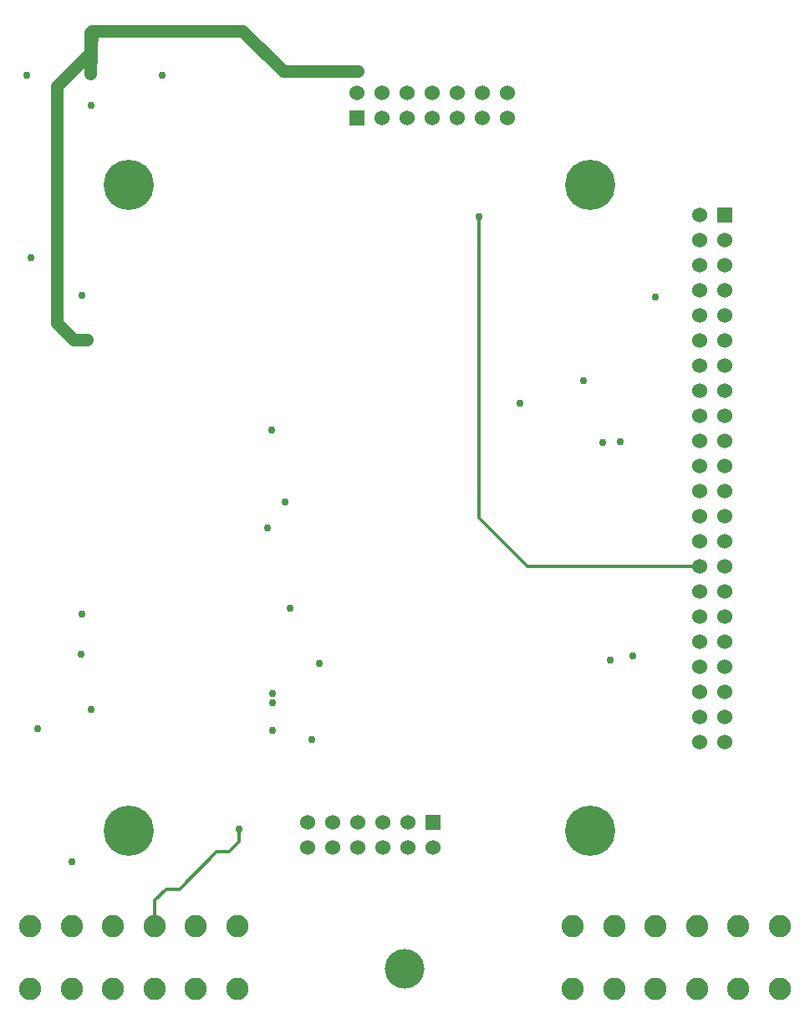
<source format=gbr>
G04 GENERATED BY PULSONIX 12.5 GERBER.DLL 9362*
G04 #@! TF.GenerationSoftware,Pulsonix,Pulsonix,12.5.9360*
G04 #@! TF.CreationDate,2023-08-16T02:30:57+04:00*
G04 #@! TF.Part,Single*
%INCOMPARATOR INTERFACE V2*%
%LNLAYER 2 COPPER*%
%FSLAX35Y35*%
%LPD*%
%MOIN*%
G04 #@! TF.FileFunction,Copper,L2,Inr*
G04 #@! TF.FilePolarity,Positive*
G04 #@! TA.AperFunction,ViaPad*
%ADD18C,0.03000*%
G04 #@! TA.AperFunction,ComponentPad*
%ADD71R,0.06000X0.06000*%
%ADD20C,0.06000*%
G04 #@! TA.AperFunction,Conductor*
%ADD86C,0.05000*%
%ADD139C,0.01200*%
G04 #@! TA.AperFunction,WasherPad*
%ADD140C,0.20000*%
%ADD141C,0.15748*%
G04 #@! TA.AperFunction,ComponentPad*
%ADD142C,0.08858*%
G04 #@! TD.AperFunction*
X0Y0D02*
D02*
D18*
X14854Y1426800D03*
X16654Y1354100D03*
X19254Y1166700D03*
X32854Y1113500D03*
X36654Y1196300D03*
X36854Y1339300D03*
X37054Y1212300D03*
X39054Y1321500D03*
X40254Y1427500D03*
Y1443900D03*
X40454Y1174100D03*
Y1414900D03*
X49358Y1065096D03*
X68854Y1426800D03*
X99654Y1126500D03*
X111054Y1246600D03*
X112431Y1285400D03*
X113054Y1165900D03*
Y1176900D03*
Y1180500D03*
X118054Y1256800D03*
X120054Y1214700D03*
X128654Y1162300D03*
X131654Y1192700D03*
X195254Y1370700D03*
X211454Y1296300D03*
X236854Y1305100D03*
X244654Y1280500D03*
X247654Y1193900D03*
X251654Y1280900D03*
X256454Y1195500D03*
X265454Y1338700D03*
D02*
D71*
X146412Y1410002D03*
X177012Y1129202D03*
X293212Y1371202D03*
D02*
D20*
X127012Y1119202D03*
Y1129202D03*
X137012Y1119202D03*
Y1129202D03*
X146412Y1420002D03*
X147012Y1119202D03*
Y1129202D03*
X156412Y1410002D03*
Y1420002D03*
X157012Y1119202D03*
Y1129202D03*
X166412Y1410002D03*
Y1420002D03*
X167012Y1119202D03*
Y1129202D03*
X176412Y1410002D03*
Y1420002D03*
X177012Y1119202D03*
X186412Y1410002D03*
Y1420002D03*
X196412Y1410002D03*
Y1420002D03*
X206412Y1410002D03*
Y1420002D03*
X283212Y1161202D03*
Y1171202D03*
Y1181202D03*
Y1191202D03*
Y1201202D03*
Y1211202D03*
Y1221202D03*
Y1231202D03*
Y1241202D03*
Y1251202D03*
Y1261202D03*
Y1271202D03*
Y1281202D03*
Y1291202D03*
Y1301202D03*
Y1311202D03*
Y1321202D03*
Y1331202D03*
Y1341202D03*
Y1351202D03*
Y1361202D03*
Y1371202D03*
X293212Y1161202D03*
Y1171202D03*
Y1181202D03*
Y1191202D03*
Y1201202D03*
Y1211202D03*
Y1221202D03*
Y1231202D03*
Y1241202D03*
Y1251202D03*
Y1261202D03*
Y1271202D03*
Y1281202D03*
Y1291202D03*
Y1301202D03*
Y1311202D03*
Y1321202D03*
Y1331202D03*
Y1341202D03*
Y1351202D03*
Y1361202D03*
D02*
D86*
X39054Y1321500D02*
X33654D01*
X26854Y1328300D01*
Y1422500D01*
X40254Y1435900D01*
Y1427500D02*
X41054Y1444700D01*
X101054D01*
X117254Y1428500D01*
X146854D01*
X40254Y1435900D02*
Y1427500D01*
Y1443900D02*
Y1435900D01*
D02*
D139*
X49358Y1063046D02*
Y1065096D01*
X99654Y1126500D02*
Y1121500D01*
X95654Y1117500D01*
X90654D01*
X75854Y1102700D01*
X70454D01*
X65854Y1098100D01*
Y1088046D01*
X283212Y1231202D02*
X214552D01*
X195254Y1250500D01*
Y1370700D01*
D02*
D140*
X55612Y1125778D03*
Y1383278D03*
X239612Y1125778D03*
Y1383278D03*
D02*
D141*
X165654Y1070762D03*
D02*
D142*
X16366Y1063046D03*
Y1088046D03*
X32862Y1063046D03*
Y1088046D03*
X49358Y1063046D03*
Y1088046D03*
X65854Y1063046D03*
Y1088046D03*
X82350Y1063046D03*
Y1088046D03*
X98846Y1063046D03*
Y1088046D03*
X232662Y1063046D03*
Y1088046D03*
X249158Y1063046D03*
Y1088046D03*
X265654Y1063046D03*
Y1088046D03*
X282150Y1063046D03*
Y1088046D03*
X298646Y1063046D03*
Y1088046D03*
X315142Y1063046D03*
Y1088046D03*
X0Y0D02*
M02*

</source>
